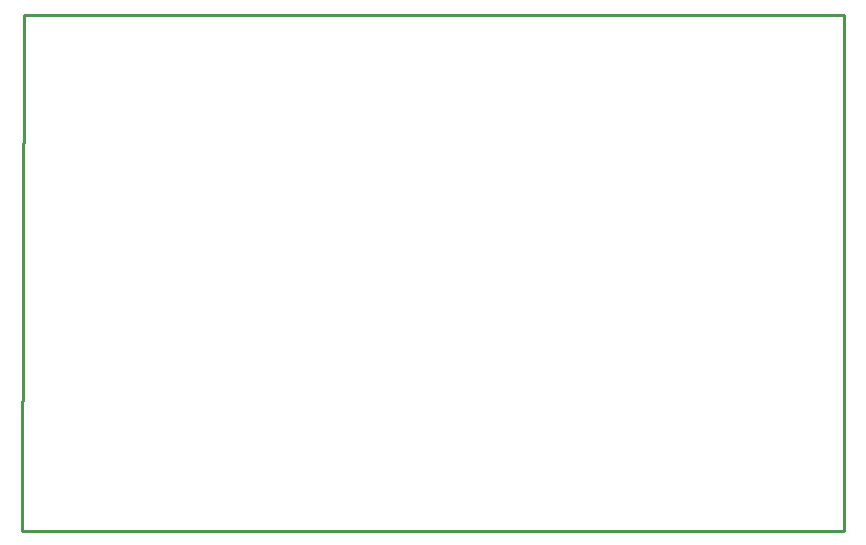
<source format=gko>
G04 Layer: BoardOutline*
G04 EasyEDA v6.1.52, Sun, 13 Oct 2019 16:49:43 GMT*
G04 017f6ad9517e406d9769b934d1664338,d60483f80e02402a9409f1f04c283df6,10*
G04 Gerber Generator version 0.2*
G04 Scale: 100 percent, Rotated: No, Reflected: No *
G04 Dimensions in millimeters *
G04 leading zeros omitted , absolute positions ,3 integer and 3 decimal *
%FSLAX33Y33*%
%MOMM*%
G90*
G71D02*

%ADD10C,0.254000*%
G54D10*
G01X127Y43688D02*
G01X69596Y43688D01*
G01X69596Y0D01*
G01X0Y0D01*
G01X127Y43688D01*

%LPD*%
M00*
M02*

</source>
